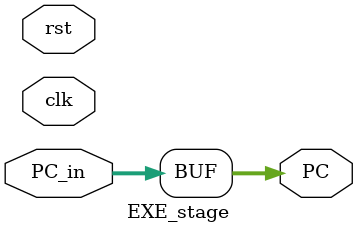
<source format=v>
module EXE_stage (
    input clk, rst,
    input [31:0] PC_in,
    output [31:0] PC 
);

assign PC = PC_in;
    
endmodule
</source>
